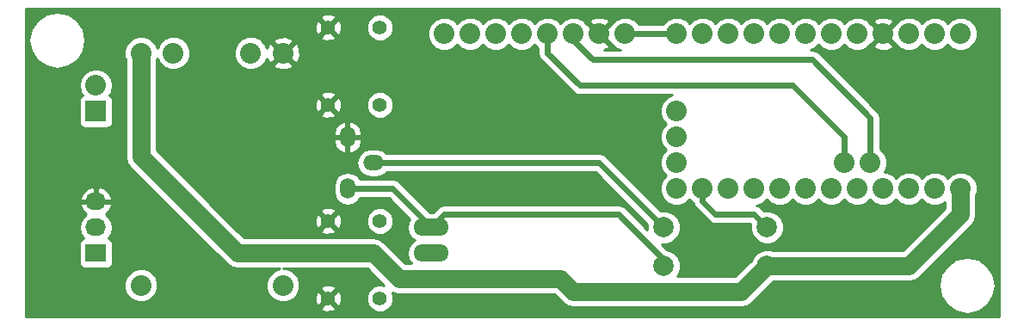
<source format=gtl>
G04 #@! TF.FileFunction,Copper,L1,Top,Signal*
%FSLAX46Y46*%
G04 Gerber Fmt 4.6, Leading zero omitted, Abs format (unit mm)*
G04 Created by KiCad (PCBNEW 4.0.2+dfsg1-stable) date Tue 13 Nov 2018 10:28:19 PM EST*
%MOMM*%
G01*
G04 APERTURE LIST*
%ADD10C,0.100000*%
%ADD11C,2.032000*%
%ADD12O,1.998980X1.501140*%
%ADD13O,1.501140X1.998980*%
%ADD14O,3.500120X1.699260*%
%ADD15C,1.998980*%
%ADD16C,1.397000*%
%ADD17R,2.032000X2.032000*%
%ADD18O,2.032000X2.032000*%
%ADD19R,2.032000X1.727200*%
%ADD20O,2.032000X1.727200*%
%ADD21C,0.609600*%
%ADD22C,1.778000*%
%ADD23C,0.254000*%
G04 APERTURE END LIST*
D10*
D11*
X109220000Y-108585000D03*
X116840000Y-108585000D03*
X106045000Y-108585000D03*
X120015000Y-108585000D03*
X120015000Y-131445000D03*
X106045000Y-131445000D03*
X186690000Y-106680000D03*
X184150000Y-106680000D03*
X181610000Y-106680000D03*
X179070000Y-106680000D03*
X176530000Y-106680000D03*
X173990000Y-106680000D03*
X171450000Y-106680000D03*
X168910000Y-106680000D03*
X166370000Y-106680000D03*
X163830000Y-106680000D03*
X161290000Y-106680000D03*
X158750000Y-106680000D03*
X186690000Y-121920000D03*
X184150000Y-121920000D03*
X181610000Y-121920000D03*
X179070000Y-121920000D03*
X176530000Y-121920000D03*
X173990000Y-121920000D03*
X171450000Y-121920000D03*
X168910000Y-121920000D03*
X166370000Y-121920000D03*
X163830000Y-121920000D03*
X161290000Y-121920000D03*
X158750000Y-121920000D03*
X177800000Y-119380000D03*
X175260000Y-119380000D03*
X158750000Y-119380000D03*
X158750000Y-116840000D03*
X158750000Y-114300000D03*
D12*
X128905000Y-119380000D03*
D13*
X126365000Y-116840000D03*
X126365000Y-121920000D03*
D14*
X134620000Y-128270000D03*
X134620000Y-125730000D03*
X134620000Y-130810000D03*
D15*
X157480000Y-125730000D03*
X167640000Y-125730000D03*
X157480000Y-129540000D03*
X167640000Y-129540000D03*
D16*
X124460000Y-113665000D03*
X129540000Y-113665000D03*
X124460000Y-106045000D03*
X129540000Y-106045000D03*
X124460000Y-132715000D03*
X129540000Y-132715000D03*
X124460000Y-125095000D03*
X129540000Y-125095000D03*
D11*
X153670000Y-106680000D03*
X151130000Y-106680000D03*
X148590000Y-106680000D03*
X146050000Y-106680000D03*
X143510000Y-106680000D03*
X140970000Y-106680000D03*
X138430000Y-106680000D03*
X135890000Y-106680000D03*
D17*
X101600000Y-114300000D03*
D18*
X101600000Y-111760000D03*
D19*
X101600000Y-128270000D03*
D20*
X101600000Y-125730000D03*
X101600000Y-123190000D03*
D21*
X128905000Y-119380000D02*
X151130000Y-119380000D01*
X151130000Y-119380000D02*
X157480000Y-125730000D01*
X134620000Y-125730000D02*
X130810000Y-121920000D01*
X130810000Y-121920000D02*
X126365000Y-121920000D01*
X157480000Y-129540000D02*
X157480000Y-128905000D01*
X157480000Y-128905000D02*
X153035000Y-124460000D01*
X153035000Y-124460000D02*
X135890000Y-124460000D01*
X135890000Y-124460000D02*
X134620000Y-125730000D01*
D22*
X186690000Y-121920000D02*
X186690000Y-124460000D01*
X181610000Y-129540000D02*
X167640000Y-129540000D01*
X186690000Y-124460000D02*
X181610000Y-129540000D01*
X134620000Y-130810000D02*
X147320000Y-130810000D01*
X165100000Y-132080000D02*
X167640000Y-129540000D01*
X148590000Y-132080000D02*
X165100000Y-132080000D01*
X147320000Y-130810000D02*
X148590000Y-132080000D01*
X106045000Y-108585000D02*
X106045000Y-118745000D01*
X131445000Y-130810000D02*
X134620000Y-130810000D01*
X128905000Y-128270000D02*
X131445000Y-130810000D01*
X115570000Y-128270000D02*
X128905000Y-128270000D01*
X106045000Y-118745000D02*
X115570000Y-128270000D01*
D21*
X161290000Y-121920000D02*
X161290000Y-123190000D01*
X166370000Y-124460000D02*
X167640000Y-125730000D01*
X162560000Y-124460000D02*
X166370000Y-124460000D01*
X161290000Y-123190000D02*
X162560000Y-124460000D01*
X153670000Y-106680000D02*
X158750000Y-106680000D01*
X148590000Y-106680000D02*
X148590000Y-107315000D01*
X148590000Y-107315000D02*
X150495000Y-109220000D01*
X150495000Y-109220000D02*
X172085000Y-109220000D01*
X172085000Y-109220000D02*
X177800000Y-114935000D01*
X177800000Y-114935000D02*
X177800000Y-119380000D01*
X146050000Y-106680000D02*
X146050000Y-108585000D01*
X146050000Y-108585000D02*
X149225000Y-111760000D01*
X149225000Y-111760000D02*
X170180000Y-111760000D01*
X170180000Y-111760000D02*
X175260000Y-116840000D01*
X175260000Y-116840000D02*
X175260000Y-119380000D01*
D23*
G36*
X190425000Y-134545000D02*
X94690000Y-134545000D01*
X94690000Y-133649188D01*
X123705417Y-133649188D01*
X123767071Y-133884800D01*
X124267480Y-134060927D01*
X124797199Y-134032148D01*
X125152929Y-133884800D01*
X125214583Y-133649188D01*
X124460000Y-132894605D01*
X123705417Y-133649188D01*
X94690000Y-133649188D01*
X94690000Y-131771963D01*
X104393714Y-131771963D01*
X104644534Y-132378995D01*
X105108563Y-132843834D01*
X105715155Y-133095713D01*
X106371963Y-133096286D01*
X106978995Y-132845466D01*
X107443834Y-132381437D01*
X107695713Y-131774845D01*
X107696286Y-131118037D01*
X107445466Y-130511005D01*
X106981437Y-130046166D01*
X106374845Y-129794287D01*
X105718037Y-129793714D01*
X105111005Y-130044534D01*
X104646166Y-130508563D01*
X104394287Y-131115155D01*
X104393714Y-131771963D01*
X94690000Y-131771963D01*
X94690000Y-125730000D01*
X99916655Y-125730000D01*
X100030729Y-126303489D01*
X100355585Y-126789670D01*
X100369913Y-126799243D01*
X100348683Y-126803238D01*
X100132559Y-126942310D01*
X99987569Y-127154510D01*
X99936560Y-127406400D01*
X99936560Y-129133600D01*
X99980838Y-129368917D01*
X100119910Y-129585041D01*
X100332110Y-129730031D01*
X100584000Y-129781040D01*
X102616000Y-129781040D01*
X102851317Y-129736762D01*
X103067441Y-129597690D01*
X103212431Y-129385490D01*
X103263440Y-129133600D01*
X103263440Y-127406400D01*
X103219162Y-127171083D01*
X103080090Y-126954959D01*
X102867890Y-126809969D01*
X102826561Y-126801600D01*
X102844415Y-126789670D01*
X103169271Y-126303489D01*
X103283345Y-125730000D01*
X103169271Y-125156511D01*
X102844415Y-124670330D01*
X102534931Y-124463539D01*
X102950732Y-124092036D01*
X103204709Y-123564791D01*
X103207358Y-123549026D01*
X103086217Y-123317000D01*
X101727000Y-123317000D01*
X101727000Y-123337000D01*
X101473000Y-123337000D01*
X101473000Y-123317000D01*
X100113783Y-123317000D01*
X99992642Y-123549026D01*
X99995291Y-123564791D01*
X100249268Y-124092036D01*
X100665069Y-124463539D01*
X100355585Y-124670330D01*
X100030729Y-125156511D01*
X99916655Y-125730000D01*
X94690000Y-125730000D01*
X94690000Y-122830974D01*
X99992642Y-122830974D01*
X100113783Y-123063000D01*
X101473000Y-123063000D01*
X101473000Y-121849076D01*
X101727000Y-121849076D01*
X101727000Y-123063000D01*
X103086217Y-123063000D01*
X103207358Y-122830974D01*
X103204709Y-122815209D01*
X102950732Y-122287964D01*
X102514320Y-121898046D01*
X101961913Y-121704816D01*
X101727000Y-121849076D01*
X101473000Y-121849076D01*
X101238087Y-121704816D01*
X100685680Y-121898046D01*
X100249268Y-122287964D01*
X99995291Y-122815209D01*
X99992642Y-122830974D01*
X94690000Y-122830974D01*
X94690000Y-111760000D01*
X99916655Y-111760000D01*
X100042330Y-112391810D01*
X100269499Y-112731792D01*
X100132559Y-112819910D01*
X99987569Y-113032110D01*
X99936560Y-113284000D01*
X99936560Y-115316000D01*
X99980838Y-115551317D01*
X100119910Y-115767441D01*
X100332110Y-115912431D01*
X100584000Y-115963440D01*
X102616000Y-115963440D01*
X102851317Y-115919162D01*
X103067441Y-115780090D01*
X103212431Y-115567890D01*
X103263440Y-115316000D01*
X103263440Y-113284000D01*
X103219162Y-113048683D01*
X103080090Y-112832559D01*
X102931163Y-112730802D01*
X103157670Y-112391810D01*
X103283345Y-111760000D01*
X103157670Y-111128190D01*
X102799778Y-110592567D01*
X102264155Y-110234675D01*
X101632345Y-110109000D01*
X101567655Y-110109000D01*
X100935845Y-110234675D01*
X100400222Y-110592567D01*
X100042330Y-111128190D01*
X99916655Y-111760000D01*
X94690000Y-111760000D01*
X94690000Y-107315000D01*
X94996581Y-107315000D01*
X95209217Y-108383995D01*
X95814754Y-109290246D01*
X96721005Y-109895783D01*
X97790000Y-110108419D01*
X98858995Y-109895783D01*
X99765246Y-109290246D01*
X100018006Y-108911963D01*
X104393714Y-108911963D01*
X104521000Y-109220019D01*
X104521000Y-118745000D01*
X104637008Y-119328210D01*
X104890082Y-119706963D01*
X104967369Y-119822631D01*
X114492369Y-129347631D01*
X114986790Y-129677992D01*
X115570000Y-129794000D01*
X119687345Y-129794000D01*
X119081005Y-130044534D01*
X118616166Y-130508563D01*
X118364287Y-131115155D01*
X118363714Y-131771963D01*
X118614534Y-132378995D01*
X119078563Y-132843834D01*
X119685155Y-133095713D01*
X120341963Y-133096286D01*
X120948995Y-132845466D01*
X121272544Y-132522480D01*
X123114073Y-132522480D01*
X123142852Y-133052199D01*
X123290200Y-133407929D01*
X123525812Y-133469583D01*
X124280395Y-132715000D01*
X124639605Y-132715000D01*
X125394188Y-133469583D01*
X125629800Y-133407929D01*
X125805927Y-132907520D01*
X125777148Y-132377801D01*
X125629800Y-132022071D01*
X125394188Y-131960417D01*
X124639605Y-132715000D01*
X124280395Y-132715000D01*
X123525812Y-131960417D01*
X123290200Y-132022071D01*
X123114073Y-132522480D01*
X121272544Y-132522480D01*
X121413834Y-132381437D01*
X121663235Y-131780812D01*
X123705417Y-131780812D01*
X124460000Y-132535395D01*
X125214583Y-131780812D01*
X125152929Y-131545200D01*
X124652520Y-131369073D01*
X124122801Y-131397852D01*
X123767071Y-131545200D01*
X123705417Y-131780812D01*
X121663235Y-131780812D01*
X121665713Y-131774845D01*
X121666286Y-131118037D01*
X121415466Y-130511005D01*
X120951437Y-130046166D01*
X120344845Y-129794287D01*
X120015868Y-129794000D01*
X128273738Y-129794000D01*
X129900567Y-131420828D01*
X129806413Y-131381732D01*
X129275914Y-131381269D01*
X128785620Y-131583854D01*
X128410173Y-131958647D01*
X128206732Y-132448587D01*
X128206269Y-132979086D01*
X128408854Y-133469380D01*
X128783647Y-133844827D01*
X129273587Y-134048268D01*
X129804086Y-134048731D01*
X130294380Y-133846146D01*
X130669827Y-133471353D01*
X130873268Y-132981413D01*
X130873731Y-132450914D01*
X130745340Y-132140182D01*
X130861790Y-132217992D01*
X131445000Y-132334000D01*
X146688738Y-132334000D01*
X147512369Y-133157631D01*
X148006790Y-133487992D01*
X148590000Y-133604000D01*
X165100000Y-133604000D01*
X165683210Y-133487992D01*
X166177631Y-133157631D01*
X167890261Y-131445000D01*
X184531581Y-131445000D01*
X184744217Y-132513995D01*
X185349754Y-133420246D01*
X186256005Y-134025783D01*
X187325000Y-134238419D01*
X188393995Y-134025783D01*
X189300246Y-133420246D01*
X189905783Y-132513995D01*
X190118419Y-131445000D01*
X189905783Y-130376005D01*
X189300246Y-129469754D01*
X188393995Y-128864217D01*
X187325000Y-128651581D01*
X186256005Y-128864217D01*
X185349754Y-129469754D01*
X184744217Y-130376005D01*
X184531581Y-131445000D01*
X167890261Y-131445000D01*
X168271261Y-131064000D01*
X181610000Y-131064000D01*
X182193210Y-130947992D01*
X182687631Y-130617631D01*
X187767631Y-125537631D01*
X188097993Y-125043209D01*
X188214000Y-124460000D01*
X188214000Y-122555004D01*
X188340713Y-122249845D01*
X188341286Y-121593037D01*
X188090466Y-120986005D01*
X187626437Y-120521166D01*
X187019845Y-120269287D01*
X186363037Y-120268714D01*
X185756005Y-120519534D01*
X185419821Y-120855132D01*
X185086437Y-120521166D01*
X184479845Y-120269287D01*
X183823037Y-120268714D01*
X183216005Y-120519534D01*
X182879821Y-120855132D01*
X182546437Y-120521166D01*
X181939845Y-120269287D01*
X181283037Y-120268714D01*
X180676005Y-120519534D01*
X180339821Y-120855132D01*
X180006437Y-120521166D01*
X179399845Y-120269287D01*
X179218478Y-120269129D01*
X179450713Y-119709845D01*
X179451286Y-119053037D01*
X179200466Y-118446005D01*
X178739800Y-117984535D01*
X178739800Y-114935000D01*
X178668262Y-114575354D01*
X178464539Y-114270461D01*
X172749539Y-108555461D01*
X172444646Y-108351738D01*
X172085000Y-108280200D01*
X171900601Y-108280200D01*
X172383995Y-108080466D01*
X172720179Y-107744868D01*
X173053563Y-108078834D01*
X173660155Y-108330713D01*
X174316963Y-108331286D01*
X174923995Y-108080466D01*
X175260179Y-107744868D01*
X175593563Y-108078834D01*
X176200155Y-108330713D01*
X176856963Y-108331286D01*
X177463995Y-108080466D01*
X177700766Y-107844107D01*
X178085498Y-107844107D01*
X178186120Y-108112622D01*
X178801642Y-108341816D01*
X179458019Y-108318014D01*
X179953880Y-108112622D01*
X180054502Y-107844107D01*
X179070000Y-106859605D01*
X178085498Y-107844107D01*
X177700766Y-107844107D01*
X177887565Y-107657634D01*
X177905893Y-107664502D01*
X178890395Y-106680000D01*
X179249605Y-106680000D01*
X180234107Y-107664502D01*
X180252917Y-107657453D01*
X180673563Y-108078834D01*
X181280155Y-108330713D01*
X181936963Y-108331286D01*
X182543995Y-108080466D01*
X182880179Y-107744868D01*
X183213563Y-108078834D01*
X183820155Y-108330713D01*
X184476963Y-108331286D01*
X185083995Y-108080466D01*
X185420179Y-107744868D01*
X185753563Y-108078834D01*
X186360155Y-108330713D01*
X187016963Y-108331286D01*
X187623995Y-108080466D01*
X188088834Y-107616437D01*
X188340713Y-107009845D01*
X188341286Y-106353037D01*
X188090466Y-105746005D01*
X187626437Y-105281166D01*
X187019845Y-105029287D01*
X186363037Y-105028714D01*
X185756005Y-105279534D01*
X185419821Y-105615132D01*
X185086437Y-105281166D01*
X184479845Y-105029287D01*
X183823037Y-105028714D01*
X183216005Y-105279534D01*
X182879821Y-105615132D01*
X182546437Y-105281166D01*
X181939845Y-105029287D01*
X181283037Y-105028714D01*
X180676005Y-105279534D01*
X180252435Y-105702366D01*
X180234107Y-105695498D01*
X179249605Y-106680000D01*
X178890395Y-106680000D01*
X177905893Y-105695498D01*
X177887083Y-105702547D01*
X177700755Y-105515893D01*
X178085498Y-105515893D01*
X179070000Y-106500395D01*
X180054502Y-105515893D01*
X179953880Y-105247378D01*
X179338358Y-105018184D01*
X178681981Y-105041986D01*
X178186120Y-105247378D01*
X178085498Y-105515893D01*
X177700755Y-105515893D01*
X177466437Y-105281166D01*
X176859845Y-105029287D01*
X176203037Y-105028714D01*
X175596005Y-105279534D01*
X175259821Y-105615132D01*
X174926437Y-105281166D01*
X174319845Y-105029287D01*
X173663037Y-105028714D01*
X173056005Y-105279534D01*
X172719821Y-105615132D01*
X172386437Y-105281166D01*
X171779845Y-105029287D01*
X171123037Y-105028714D01*
X170516005Y-105279534D01*
X170179821Y-105615132D01*
X169846437Y-105281166D01*
X169239845Y-105029287D01*
X168583037Y-105028714D01*
X167976005Y-105279534D01*
X167639821Y-105615132D01*
X167306437Y-105281166D01*
X166699845Y-105029287D01*
X166043037Y-105028714D01*
X165436005Y-105279534D01*
X165099821Y-105615132D01*
X164766437Y-105281166D01*
X164159845Y-105029287D01*
X163503037Y-105028714D01*
X162896005Y-105279534D01*
X162559821Y-105615132D01*
X162226437Y-105281166D01*
X161619845Y-105029287D01*
X160963037Y-105028714D01*
X160356005Y-105279534D01*
X160019821Y-105615132D01*
X159686437Y-105281166D01*
X159079845Y-105029287D01*
X158423037Y-105028714D01*
X157816005Y-105279534D01*
X157354535Y-105740200D01*
X155064671Y-105740200D01*
X154606437Y-105281166D01*
X153999845Y-105029287D01*
X153343037Y-105028714D01*
X152736005Y-105279534D01*
X152312435Y-105702366D01*
X152294107Y-105695498D01*
X151309605Y-106680000D01*
X152294107Y-107664502D01*
X152312917Y-107657453D01*
X152733563Y-108078834D01*
X153218506Y-108280200D01*
X151609310Y-108280200D01*
X152013880Y-108112622D01*
X152114502Y-107844107D01*
X151130000Y-106859605D01*
X151115858Y-106873748D01*
X150936253Y-106694143D01*
X150950395Y-106680000D01*
X149965893Y-105695498D01*
X149947083Y-105702547D01*
X149760755Y-105515893D01*
X150145498Y-105515893D01*
X151130000Y-106500395D01*
X152114502Y-105515893D01*
X152013880Y-105247378D01*
X151398358Y-105018184D01*
X150741981Y-105041986D01*
X150246120Y-105247378D01*
X150145498Y-105515893D01*
X149760755Y-105515893D01*
X149526437Y-105281166D01*
X148919845Y-105029287D01*
X148263037Y-105028714D01*
X147656005Y-105279534D01*
X147319821Y-105615132D01*
X146986437Y-105281166D01*
X146379845Y-105029287D01*
X145723037Y-105028714D01*
X145116005Y-105279534D01*
X144779821Y-105615132D01*
X144446437Y-105281166D01*
X143839845Y-105029287D01*
X143183037Y-105028714D01*
X142576005Y-105279534D01*
X142239821Y-105615132D01*
X141906437Y-105281166D01*
X141299845Y-105029287D01*
X140643037Y-105028714D01*
X140036005Y-105279534D01*
X139699821Y-105615132D01*
X139366437Y-105281166D01*
X138759845Y-105029287D01*
X138103037Y-105028714D01*
X137496005Y-105279534D01*
X137159821Y-105615132D01*
X136826437Y-105281166D01*
X136219845Y-105029287D01*
X135563037Y-105028714D01*
X134956005Y-105279534D01*
X134491166Y-105743563D01*
X134239287Y-106350155D01*
X134238714Y-107006963D01*
X134489534Y-107613995D01*
X134953563Y-108078834D01*
X135560155Y-108330713D01*
X136216963Y-108331286D01*
X136823995Y-108080466D01*
X137160179Y-107744868D01*
X137493563Y-108078834D01*
X138100155Y-108330713D01*
X138756963Y-108331286D01*
X139363995Y-108080466D01*
X139700179Y-107744868D01*
X140033563Y-108078834D01*
X140640155Y-108330713D01*
X141296963Y-108331286D01*
X141903995Y-108080466D01*
X142240179Y-107744868D01*
X142573563Y-108078834D01*
X143180155Y-108330713D01*
X143836963Y-108331286D01*
X144443995Y-108080466D01*
X144780179Y-107744868D01*
X145110200Y-108075465D01*
X145110200Y-108585000D01*
X145181738Y-108944646D01*
X145385461Y-109249539D01*
X148560461Y-112424539D01*
X148865354Y-112628262D01*
X149225000Y-112699800D01*
X158299399Y-112699800D01*
X157816005Y-112899534D01*
X157351166Y-113363563D01*
X157099287Y-113970155D01*
X157098714Y-114626963D01*
X157349534Y-115233995D01*
X157685132Y-115570179D01*
X157351166Y-115903563D01*
X157099287Y-116510155D01*
X157098714Y-117166963D01*
X157349534Y-117773995D01*
X157685132Y-118110179D01*
X157351166Y-118443563D01*
X157099287Y-119050155D01*
X157098714Y-119706963D01*
X157349534Y-120313995D01*
X157685132Y-120650179D01*
X157351166Y-120983563D01*
X157099287Y-121590155D01*
X157098714Y-122246963D01*
X157349534Y-122853995D01*
X157813563Y-123318834D01*
X158420155Y-123570713D01*
X159076963Y-123571286D01*
X159683995Y-123320466D01*
X160020179Y-122984868D01*
X160353563Y-123318834D01*
X160377831Y-123328911D01*
X160421738Y-123549646D01*
X160625461Y-123854539D01*
X161895461Y-125124539D01*
X162200354Y-125328262D01*
X162560000Y-125399800D01*
X165980722Y-125399800D01*
X166005775Y-125424853D01*
X166005226Y-126053694D01*
X166253538Y-126654655D01*
X166712927Y-127114846D01*
X167313453Y-127364206D01*
X167963694Y-127364774D01*
X168564655Y-127116462D01*
X169024846Y-126657073D01*
X169274206Y-126056547D01*
X169274774Y-125406306D01*
X169026462Y-124805345D01*
X168567073Y-124345154D01*
X167966547Y-124095794D01*
X167334320Y-124095242D01*
X167034539Y-123795461D01*
X166729646Y-123591738D01*
X166626518Y-123571225D01*
X166696963Y-123571286D01*
X167303995Y-123320466D01*
X167640179Y-122984868D01*
X167973563Y-123318834D01*
X168580155Y-123570713D01*
X169236963Y-123571286D01*
X169843995Y-123320466D01*
X170180179Y-122984868D01*
X170513563Y-123318834D01*
X171120155Y-123570713D01*
X171776963Y-123571286D01*
X172383995Y-123320466D01*
X172720179Y-122984868D01*
X173053563Y-123318834D01*
X173660155Y-123570713D01*
X174316963Y-123571286D01*
X174923995Y-123320466D01*
X175260179Y-122984868D01*
X175593563Y-123318834D01*
X176200155Y-123570713D01*
X176856963Y-123571286D01*
X177463995Y-123320466D01*
X177800179Y-122984868D01*
X178133563Y-123318834D01*
X178740155Y-123570713D01*
X179396963Y-123571286D01*
X180003995Y-123320466D01*
X180340179Y-122984868D01*
X180673563Y-123318834D01*
X181280155Y-123570713D01*
X181936963Y-123571286D01*
X182543995Y-123320466D01*
X182880179Y-122984868D01*
X183213563Y-123318834D01*
X183820155Y-123570713D01*
X184476963Y-123571286D01*
X185083995Y-123320466D01*
X185166000Y-123238604D01*
X185166000Y-123828738D01*
X180978738Y-128016000D01*
X168231953Y-128016000D01*
X167966547Y-127905794D01*
X167316306Y-127905226D01*
X166715345Y-128153538D01*
X166255154Y-128612927D01*
X166143913Y-128880826D01*
X164468738Y-130556000D01*
X158775764Y-130556000D01*
X158864846Y-130467073D01*
X159114206Y-129866547D01*
X159114774Y-129216306D01*
X158866462Y-128615345D01*
X158407073Y-128155154D01*
X157812233Y-127908155D01*
X157268384Y-127364306D01*
X157803694Y-127364774D01*
X158404655Y-127116462D01*
X158864846Y-126657073D01*
X159114206Y-126056547D01*
X159114774Y-125406306D01*
X158866462Y-124805345D01*
X158407073Y-124345154D01*
X157806547Y-124095794D01*
X157174320Y-124095242D01*
X151794539Y-118715461D01*
X151489646Y-118511738D01*
X151130000Y-118440200D01*
X130192379Y-118440200D01*
X130165688Y-118400254D01*
X129716177Y-118099900D01*
X129185942Y-117994430D01*
X128624058Y-117994430D01*
X128093823Y-118099900D01*
X127644312Y-118400254D01*
X127343958Y-118849765D01*
X127238488Y-119380000D01*
X127343958Y-119910235D01*
X127644312Y-120359746D01*
X128093823Y-120660100D01*
X128624058Y-120765570D01*
X129185942Y-120765570D01*
X129716177Y-120660100D01*
X130165688Y-120359746D01*
X130192379Y-120319800D01*
X150740722Y-120319800D01*
X155845775Y-125424853D01*
X155845324Y-125941246D01*
X153699539Y-123795461D01*
X153394646Y-123591738D01*
X153035000Y-123520200D01*
X135890000Y-123520200D01*
X135530354Y-123591738D01*
X135225461Y-123795461D01*
X134775552Y-124245370D01*
X134464448Y-124245370D01*
X131474539Y-121255461D01*
X131169646Y-121051738D01*
X130810000Y-120980200D01*
X127559157Y-120980200D01*
X127344746Y-120659312D01*
X126895235Y-120358958D01*
X126365000Y-120253488D01*
X125834765Y-120358958D01*
X125385254Y-120659312D01*
X125084900Y-121108823D01*
X124979430Y-121639058D01*
X124979430Y-122200942D01*
X125084900Y-122731177D01*
X125385254Y-123180688D01*
X125834765Y-123481042D01*
X126365000Y-123586512D01*
X126895235Y-123481042D01*
X127344746Y-123180688D01*
X127559157Y-122859800D01*
X130420722Y-122859800D01*
X132470076Y-124909154D01*
X132301225Y-125161857D01*
X132188214Y-125730000D01*
X132301225Y-126298143D01*
X132623052Y-126779792D01*
X132952617Y-127000000D01*
X132623052Y-127220208D01*
X132301225Y-127701857D01*
X132188214Y-128270000D01*
X132301225Y-128838143D01*
X132600473Y-129286000D01*
X132076261Y-129286000D01*
X129982631Y-127192369D01*
X129866609Y-127114846D01*
X129488210Y-126862008D01*
X128905000Y-126746000D01*
X116201262Y-126746000D01*
X115484450Y-126029188D01*
X123705417Y-126029188D01*
X123767071Y-126264800D01*
X124267480Y-126440927D01*
X124797199Y-126412148D01*
X125152929Y-126264800D01*
X125214583Y-126029188D01*
X124460000Y-125274605D01*
X123705417Y-126029188D01*
X115484450Y-126029188D01*
X114357742Y-124902480D01*
X123114073Y-124902480D01*
X123142852Y-125432199D01*
X123290200Y-125787929D01*
X123525812Y-125849583D01*
X124280395Y-125095000D01*
X124639605Y-125095000D01*
X125394188Y-125849583D01*
X125629800Y-125787929D01*
X125780738Y-125359086D01*
X128206269Y-125359086D01*
X128408854Y-125849380D01*
X128783647Y-126224827D01*
X129273587Y-126428268D01*
X129804086Y-126428731D01*
X130294380Y-126226146D01*
X130669827Y-125851353D01*
X130873268Y-125361413D01*
X130873731Y-124830914D01*
X130671146Y-124340620D01*
X130296353Y-123965173D01*
X129806413Y-123761732D01*
X129275914Y-123761269D01*
X128785620Y-123963854D01*
X128410173Y-124338647D01*
X128206732Y-124828587D01*
X128206269Y-125359086D01*
X125780738Y-125359086D01*
X125805927Y-125287520D01*
X125777148Y-124757801D01*
X125629800Y-124402071D01*
X125394188Y-124340417D01*
X124639605Y-125095000D01*
X124280395Y-125095000D01*
X123525812Y-124340417D01*
X123290200Y-124402071D01*
X123114073Y-124902480D01*
X114357742Y-124902480D01*
X113616074Y-124160812D01*
X123705417Y-124160812D01*
X124460000Y-124915395D01*
X125214583Y-124160812D01*
X125152929Y-123925200D01*
X124652520Y-123749073D01*
X124122801Y-123777852D01*
X123767071Y-123925200D01*
X123705417Y-124160812D01*
X113616074Y-124160812D01*
X107569000Y-118113738D01*
X107569000Y-117186123D01*
X124971919Y-117186123D01*
X125115159Y-117711833D01*
X125448676Y-118142710D01*
X125921695Y-118413157D01*
X126023725Y-118431803D01*
X126238000Y-118309149D01*
X126238000Y-116967000D01*
X126492000Y-116967000D01*
X126492000Y-118309149D01*
X126706275Y-118431803D01*
X126808305Y-118413157D01*
X127281324Y-118142710D01*
X127614841Y-117711833D01*
X127758081Y-117186123D01*
X127597386Y-116967000D01*
X126492000Y-116967000D01*
X126238000Y-116967000D01*
X125132614Y-116967000D01*
X124971919Y-117186123D01*
X107569000Y-117186123D01*
X107569000Y-116493877D01*
X124971919Y-116493877D01*
X125132614Y-116713000D01*
X126238000Y-116713000D01*
X126238000Y-115370851D01*
X126492000Y-115370851D01*
X126492000Y-116713000D01*
X127597386Y-116713000D01*
X127758081Y-116493877D01*
X127614841Y-115968167D01*
X127281324Y-115537290D01*
X126808305Y-115266843D01*
X126706275Y-115248197D01*
X126492000Y-115370851D01*
X126238000Y-115370851D01*
X126023725Y-115248197D01*
X125921695Y-115266843D01*
X125448676Y-115537290D01*
X125115159Y-115968167D01*
X124971919Y-116493877D01*
X107569000Y-116493877D01*
X107569000Y-114599188D01*
X123705417Y-114599188D01*
X123767071Y-114834800D01*
X124267480Y-115010927D01*
X124797199Y-114982148D01*
X125152929Y-114834800D01*
X125214583Y-114599188D01*
X124460000Y-113844605D01*
X123705417Y-114599188D01*
X107569000Y-114599188D01*
X107569000Y-113472480D01*
X123114073Y-113472480D01*
X123142852Y-114002199D01*
X123290200Y-114357929D01*
X123525812Y-114419583D01*
X124280395Y-113665000D01*
X124639605Y-113665000D01*
X125394188Y-114419583D01*
X125629800Y-114357929D01*
X125780738Y-113929086D01*
X128206269Y-113929086D01*
X128408854Y-114419380D01*
X128783647Y-114794827D01*
X129273587Y-114998268D01*
X129804086Y-114998731D01*
X130294380Y-114796146D01*
X130669827Y-114421353D01*
X130873268Y-113931413D01*
X130873731Y-113400914D01*
X130671146Y-112910620D01*
X130296353Y-112535173D01*
X129806413Y-112331732D01*
X129275914Y-112331269D01*
X128785620Y-112533854D01*
X128410173Y-112908647D01*
X128206732Y-113398587D01*
X128206269Y-113929086D01*
X125780738Y-113929086D01*
X125805927Y-113857520D01*
X125777148Y-113327801D01*
X125629800Y-112972071D01*
X125394188Y-112910417D01*
X124639605Y-113665000D01*
X124280395Y-113665000D01*
X123525812Y-112910417D01*
X123290200Y-112972071D01*
X123114073Y-113472480D01*
X107569000Y-113472480D01*
X107569000Y-112730812D01*
X123705417Y-112730812D01*
X124460000Y-113485395D01*
X125214583Y-112730812D01*
X125152929Y-112495200D01*
X124652520Y-112319073D01*
X124122801Y-112347852D01*
X123767071Y-112495200D01*
X123705417Y-112730812D01*
X107569000Y-112730812D01*
X107569000Y-109220004D01*
X107632654Y-109066709D01*
X107819534Y-109518995D01*
X108283563Y-109983834D01*
X108890155Y-110235713D01*
X109546963Y-110236286D01*
X110153995Y-109985466D01*
X110618834Y-109521437D01*
X110870713Y-108914845D01*
X110870715Y-108911963D01*
X115188714Y-108911963D01*
X115439534Y-109518995D01*
X115903563Y-109983834D01*
X116510155Y-110235713D01*
X117166963Y-110236286D01*
X117773995Y-109985466D01*
X118010766Y-109749107D01*
X119030498Y-109749107D01*
X119131120Y-110017622D01*
X119746642Y-110246816D01*
X120403019Y-110223014D01*
X120898880Y-110017622D01*
X120999502Y-109749107D01*
X120015000Y-108764605D01*
X119030498Y-109749107D01*
X118010766Y-109749107D01*
X118238834Y-109521437D01*
X118421716Y-109081008D01*
X118582378Y-109468880D01*
X118850893Y-109569502D01*
X119835395Y-108585000D01*
X120194605Y-108585000D01*
X121179107Y-109569502D01*
X121447622Y-109468880D01*
X121676816Y-108853358D01*
X121653014Y-108196981D01*
X121447622Y-107701120D01*
X121179107Y-107600498D01*
X120194605Y-108585000D01*
X119835395Y-108585000D01*
X118850893Y-107600498D01*
X118582378Y-107701120D01*
X118430124Y-108110013D01*
X118240466Y-107651005D01*
X118010755Y-107420893D01*
X119030498Y-107420893D01*
X120015000Y-108405395D01*
X120999502Y-107420893D01*
X120898880Y-107152378D01*
X120433762Y-106979188D01*
X123705417Y-106979188D01*
X123767071Y-107214800D01*
X124267480Y-107390927D01*
X124797199Y-107362148D01*
X125152929Y-107214800D01*
X125214583Y-106979188D01*
X124460000Y-106224605D01*
X123705417Y-106979188D01*
X120433762Y-106979188D01*
X120283358Y-106923184D01*
X119626981Y-106946986D01*
X119131120Y-107152378D01*
X119030498Y-107420893D01*
X118010755Y-107420893D01*
X117776437Y-107186166D01*
X117169845Y-106934287D01*
X116513037Y-106933714D01*
X115906005Y-107184534D01*
X115441166Y-107648563D01*
X115189287Y-108255155D01*
X115188714Y-108911963D01*
X110870715Y-108911963D01*
X110871286Y-108258037D01*
X110620466Y-107651005D01*
X110156437Y-107186166D01*
X109549845Y-106934287D01*
X108893037Y-106933714D01*
X108286005Y-107184534D01*
X107821166Y-107648563D01*
X107632346Y-108103291D01*
X107445466Y-107651005D01*
X106981437Y-107186166D01*
X106374845Y-106934287D01*
X105718037Y-106933714D01*
X105111005Y-107184534D01*
X104646166Y-107648563D01*
X104394287Y-108255155D01*
X104393714Y-108911963D01*
X100018006Y-108911963D01*
X100370783Y-108383995D01*
X100583419Y-107315000D01*
X100370783Y-106246005D01*
X100107839Y-105852480D01*
X123114073Y-105852480D01*
X123142852Y-106382199D01*
X123290200Y-106737929D01*
X123525812Y-106799583D01*
X124280395Y-106045000D01*
X124639605Y-106045000D01*
X125394188Y-106799583D01*
X125629800Y-106737929D01*
X125780738Y-106309086D01*
X128206269Y-106309086D01*
X128408854Y-106799380D01*
X128783647Y-107174827D01*
X129273587Y-107378268D01*
X129804086Y-107378731D01*
X130294380Y-107176146D01*
X130669827Y-106801353D01*
X130873268Y-106311413D01*
X130873731Y-105780914D01*
X130671146Y-105290620D01*
X130296353Y-104915173D01*
X129806413Y-104711732D01*
X129275914Y-104711269D01*
X128785620Y-104913854D01*
X128410173Y-105288647D01*
X128206732Y-105778587D01*
X128206269Y-106309086D01*
X125780738Y-106309086D01*
X125805927Y-106237520D01*
X125777148Y-105707801D01*
X125629800Y-105352071D01*
X125394188Y-105290417D01*
X124639605Y-106045000D01*
X124280395Y-106045000D01*
X123525812Y-105290417D01*
X123290200Y-105352071D01*
X123114073Y-105852480D01*
X100107839Y-105852480D01*
X99765246Y-105339754D01*
X99422610Y-105110812D01*
X123705417Y-105110812D01*
X124460000Y-105865395D01*
X125214583Y-105110812D01*
X125152929Y-104875200D01*
X124652520Y-104699073D01*
X124122801Y-104727852D01*
X123767071Y-104875200D01*
X123705417Y-105110812D01*
X99422610Y-105110812D01*
X98858995Y-104734217D01*
X97790000Y-104521581D01*
X96721005Y-104734217D01*
X95814754Y-105339754D01*
X95209217Y-106246005D01*
X94996581Y-107315000D01*
X94690000Y-107315000D01*
X94690000Y-104215000D01*
X190425000Y-104215000D01*
X190425000Y-134545000D01*
X190425000Y-134545000D01*
G37*
X190425000Y-134545000D02*
X94690000Y-134545000D01*
X94690000Y-133649188D01*
X123705417Y-133649188D01*
X123767071Y-133884800D01*
X124267480Y-134060927D01*
X124797199Y-134032148D01*
X125152929Y-133884800D01*
X125214583Y-133649188D01*
X124460000Y-132894605D01*
X123705417Y-133649188D01*
X94690000Y-133649188D01*
X94690000Y-131771963D01*
X104393714Y-131771963D01*
X104644534Y-132378995D01*
X105108563Y-132843834D01*
X105715155Y-133095713D01*
X106371963Y-133096286D01*
X106978995Y-132845466D01*
X107443834Y-132381437D01*
X107695713Y-131774845D01*
X107696286Y-131118037D01*
X107445466Y-130511005D01*
X106981437Y-130046166D01*
X106374845Y-129794287D01*
X105718037Y-129793714D01*
X105111005Y-130044534D01*
X104646166Y-130508563D01*
X104394287Y-131115155D01*
X104393714Y-131771963D01*
X94690000Y-131771963D01*
X94690000Y-125730000D01*
X99916655Y-125730000D01*
X100030729Y-126303489D01*
X100355585Y-126789670D01*
X100369913Y-126799243D01*
X100348683Y-126803238D01*
X100132559Y-126942310D01*
X99987569Y-127154510D01*
X99936560Y-127406400D01*
X99936560Y-129133600D01*
X99980838Y-129368917D01*
X100119910Y-129585041D01*
X100332110Y-129730031D01*
X100584000Y-129781040D01*
X102616000Y-129781040D01*
X102851317Y-129736762D01*
X103067441Y-129597690D01*
X103212431Y-129385490D01*
X103263440Y-129133600D01*
X103263440Y-127406400D01*
X103219162Y-127171083D01*
X103080090Y-126954959D01*
X102867890Y-126809969D01*
X102826561Y-126801600D01*
X102844415Y-126789670D01*
X103169271Y-126303489D01*
X103283345Y-125730000D01*
X103169271Y-125156511D01*
X102844415Y-124670330D01*
X102534931Y-124463539D01*
X102950732Y-124092036D01*
X103204709Y-123564791D01*
X103207358Y-123549026D01*
X103086217Y-123317000D01*
X101727000Y-123317000D01*
X101727000Y-123337000D01*
X101473000Y-123337000D01*
X101473000Y-123317000D01*
X100113783Y-123317000D01*
X99992642Y-123549026D01*
X99995291Y-123564791D01*
X100249268Y-124092036D01*
X100665069Y-124463539D01*
X100355585Y-124670330D01*
X100030729Y-125156511D01*
X99916655Y-125730000D01*
X94690000Y-125730000D01*
X94690000Y-122830974D01*
X99992642Y-122830974D01*
X100113783Y-123063000D01*
X101473000Y-123063000D01*
X101473000Y-121849076D01*
X101727000Y-121849076D01*
X101727000Y-123063000D01*
X103086217Y-123063000D01*
X103207358Y-122830974D01*
X103204709Y-122815209D01*
X102950732Y-122287964D01*
X102514320Y-121898046D01*
X101961913Y-121704816D01*
X101727000Y-121849076D01*
X101473000Y-121849076D01*
X101238087Y-121704816D01*
X100685680Y-121898046D01*
X100249268Y-122287964D01*
X99995291Y-122815209D01*
X99992642Y-122830974D01*
X94690000Y-122830974D01*
X94690000Y-111760000D01*
X99916655Y-111760000D01*
X100042330Y-112391810D01*
X100269499Y-112731792D01*
X100132559Y-112819910D01*
X99987569Y-113032110D01*
X99936560Y-113284000D01*
X99936560Y-115316000D01*
X99980838Y-115551317D01*
X100119910Y-115767441D01*
X100332110Y-115912431D01*
X100584000Y-115963440D01*
X102616000Y-115963440D01*
X102851317Y-115919162D01*
X103067441Y-115780090D01*
X103212431Y-115567890D01*
X103263440Y-115316000D01*
X103263440Y-113284000D01*
X103219162Y-113048683D01*
X103080090Y-112832559D01*
X102931163Y-112730802D01*
X103157670Y-112391810D01*
X103283345Y-111760000D01*
X103157670Y-111128190D01*
X102799778Y-110592567D01*
X102264155Y-110234675D01*
X101632345Y-110109000D01*
X101567655Y-110109000D01*
X100935845Y-110234675D01*
X100400222Y-110592567D01*
X100042330Y-111128190D01*
X99916655Y-111760000D01*
X94690000Y-111760000D01*
X94690000Y-107315000D01*
X94996581Y-107315000D01*
X95209217Y-108383995D01*
X95814754Y-109290246D01*
X96721005Y-109895783D01*
X97790000Y-110108419D01*
X98858995Y-109895783D01*
X99765246Y-109290246D01*
X100018006Y-108911963D01*
X104393714Y-108911963D01*
X104521000Y-109220019D01*
X104521000Y-118745000D01*
X104637008Y-119328210D01*
X104890082Y-119706963D01*
X104967369Y-119822631D01*
X114492369Y-129347631D01*
X114986790Y-129677992D01*
X115570000Y-129794000D01*
X119687345Y-129794000D01*
X119081005Y-130044534D01*
X118616166Y-130508563D01*
X118364287Y-131115155D01*
X118363714Y-131771963D01*
X118614534Y-132378995D01*
X119078563Y-132843834D01*
X119685155Y-133095713D01*
X120341963Y-133096286D01*
X120948995Y-132845466D01*
X121272544Y-132522480D01*
X123114073Y-132522480D01*
X123142852Y-133052199D01*
X123290200Y-133407929D01*
X123525812Y-133469583D01*
X124280395Y-132715000D01*
X124639605Y-132715000D01*
X125394188Y-133469583D01*
X125629800Y-133407929D01*
X125805927Y-132907520D01*
X125777148Y-132377801D01*
X125629800Y-132022071D01*
X125394188Y-131960417D01*
X124639605Y-132715000D01*
X124280395Y-132715000D01*
X123525812Y-131960417D01*
X123290200Y-132022071D01*
X123114073Y-132522480D01*
X121272544Y-132522480D01*
X121413834Y-132381437D01*
X121663235Y-131780812D01*
X123705417Y-131780812D01*
X124460000Y-132535395D01*
X125214583Y-131780812D01*
X125152929Y-131545200D01*
X124652520Y-131369073D01*
X124122801Y-131397852D01*
X123767071Y-131545200D01*
X123705417Y-131780812D01*
X121663235Y-131780812D01*
X121665713Y-131774845D01*
X121666286Y-131118037D01*
X121415466Y-130511005D01*
X120951437Y-130046166D01*
X120344845Y-129794287D01*
X120015868Y-129794000D01*
X128273738Y-129794000D01*
X129900567Y-131420828D01*
X129806413Y-131381732D01*
X129275914Y-131381269D01*
X128785620Y-131583854D01*
X128410173Y-131958647D01*
X128206732Y-132448587D01*
X128206269Y-132979086D01*
X128408854Y-133469380D01*
X128783647Y-133844827D01*
X129273587Y-134048268D01*
X129804086Y-134048731D01*
X130294380Y-133846146D01*
X130669827Y-133471353D01*
X130873268Y-132981413D01*
X130873731Y-132450914D01*
X130745340Y-132140182D01*
X130861790Y-132217992D01*
X131445000Y-132334000D01*
X146688738Y-132334000D01*
X147512369Y-133157631D01*
X148006790Y-133487992D01*
X148590000Y-133604000D01*
X165100000Y-133604000D01*
X165683210Y-133487992D01*
X166177631Y-133157631D01*
X167890261Y-131445000D01*
X184531581Y-131445000D01*
X184744217Y-132513995D01*
X185349754Y-133420246D01*
X186256005Y-134025783D01*
X187325000Y-134238419D01*
X188393995Y-134025783D01*
X189300246Y-133420246D01*
X189905783Y-132513995D01*
X190118419Y-131445000D01*
X189905783Y-130376005D01*
X189300246Y-129469754D01*
X188393995Y-128864217D01*
X187325000Y-128651581D01*
X186256005Y-128864217D01*
X185349754Y-129469754D01*
X184744217Y-130376005D01*
X184531581Y-131445000D01*
X167890261Y-131445000D01*
X168271261Y-131064000D01*
X181610000Y-131064000D01*
X182193210Y-130947992D01*
X182687631Y-130617631D01*
X187767631Y-125537631D01*
X188097993Y-125043209D01*
X188214000Y-124460000D01*
X188214000Y-122555004D01*
X188340713Y-122249845D01*
X188341286Y-121593037D01*
X188090466Y-120986005D01*
X187626437Y-120521166D01*
X187019845Y-120269287D01*
X186363037Y-120268714D01*
X185756005Y-120519534D01*
X185419821Y-120855132D01*
X185086437Y-120521166D01*
X184479845Y-120269287D01*
X183823037Y-120268714D01*
X183216005Y-120519534D01*
X182879821Y-120855132D01*
X182546437Y-120521166D01*
X181939845Y-120269287D01*
X181283037Y-120268714D01*
X180676005Y-120519534D01*
X180339821Y-120855132D01*
X180006437Y-120521166D01*
X179399845Y-120269287D01*
X179218478Y-120269129D01*
X179450713Y-119709845D01*
X179451286Y-119053037D01*
X179200466Y-118446005D01*
X178739800Y-117984535D01*
X178739800Y-114935000D01*
X178668262Y-114575354D01*
X178464539Y-114270461D01*
X172749539Y-108555461D01*
X172444646Y-108351738D01*
X172085000Y-108280200D01*
X171900601Y-108280200D01*
X172383995Y-108080466D01*
X172720179Y-107744868D01*
X173053563Y-108078834D01*
X173660155Y-108330713D01*
X174316963Y-108331286D01*
X174923995Y-108080466D01*
X175260179Y-107744868D01*
X175593563Y-108078834D01*
X176200155Y-108330713D01*
X176856963Y-108331286D01*
X177463995Y-108080466D01*
X177700766Y-107844107D01*
X178085498Y-107844107D01*
X178186120Y-108112622D01*
X178801642Y-108341816D01*
X179458019Y-108318014D01*
X179953880Y-108112622D01*
X180054502Y-107844107D01*
X179070000Y-106859605D01*
X178085498Y-107844107D01*
X177700766Y-107844107D01*
X177887565Y-107657634D01*
X177905893Y-107664502D01*
X178890395Y-106680000D01*
X179249605Y-106680000D01*
X180234107Y-107664502D01*
X180252917Y-107657453D01*
X180673563Y-108078834D01*
X181280155Y-108330713D01*
X181936963Y-108331286D01*
X182543995Y-108080466D01*
X182880179Y-107744868D01*
X183213563Y-108078834D01*
X183820155Y-108330713D01*
X184476963Y-108331286D01*
X185083995Y-108080466D01*
X185420179Y-107744868D01*
X185753563Y-108078834D01*
X186360155Y-108330713D01*
X187016963Y-108331286D01*
X187623995Y-108080466D01*
X188088834Y-107616437D01*
X188340713Y-107009845D01*
X188341286Y-106353037D01*
X188090466Y-105746005D01*
X187626437Y-105281166D01*
X187019845Y-105029287D01*
X186363037Y-105028714D01*
X185756005Y-105279534D01*
X185419821Y-105615132D01*
X185086437Y-105281166D01*
X184479845Y-105029287D01*
X183823037Y-105028714D01*
X183216005Y-105279534D01*
X182879821Y-105615132D01*
X182546437Y-105281166D01*
X181939845Y-105029287D01*
X181283037Y-105028714D01*
X180676005Y-105279534D01*
X180252435Y-105702366D01*
X180234107Y-105695498D01*
X179249605Y-106680000D01*
X178890395Y-106680000D01*
X177905893Y-105695498D01*
X177887083Y-105702547D01*
X177700755Y-105515893D01*
X178085498Y-105515893D01*
X179070000Y-106500395D01*
X180054502Y-105515893D01*
X179953880Y-105247378D01*
X179338358Y-105018184D01*
X178681981Y-105041986D01*
X178186120Y-105247378D01*
X178085498Y-105515893D01*
X177700755Y-105515893D01*
X177466437Y-105281166D01*
X176859845Y-105029287D01*
X176203037Y-105028714D01*
X175596005Y-105279534D01*
X175259821Y-105615132D01*
X174926437Y-105281166D01*
X174319845Y-105029287D01*
X173663037Y-105028714D01*
X173056005Y-105279534D01*
X172719821Y-105615132D01*
X172386437Y-105281166D01*
X171779845Y-105029287D01*
X171123037Y-105028714D01*
X170516005Y-105279534D01*
X170179821Y-105615132D01*
X169846437Y-105281166D01*
X169239845Y-105029287D01*
X168583037Y-105028714D01*
X167976005Y-105279534D01*
X167639821Y-105615132D01*
X167306437Y-105281166D01*
X166699845Y-105029287D01*
X166043037Y-105028714D01*
X165436005Y-105279534D01*
X165099821Y-105615132D01*
X164766437Y-105281166D01*
X164159845Y-105029287D01*
X163503037Y-105028714D01*
X162896005Y-105279534D01*
X162559821Y-105615132D01*
X162226437Y-105281166D01*
X161619845Y-105029287D01*
X160963037Y-105028714D01*
X160356005Y-105279534D01*
X160019821Y-105615132D01*
X159686437Y-105281166D01*
X159079845Y-105029287D01*
X158423037Y-105028714D01*
X157816005Y-105279534D01*
X157354535Y-105740200D01*
X155064671Y-105740200D01*
X154606437Y-105281166D01*
X153999845Y-105029287D01*
X153343037Y-105028714D01*
X152736005Y-105279534D01*
X152312435Y-105702366D01*
X152294107Y-105695498D01*
X151309605Y-106680000D01*
X152294107Y-107664502D01*
X152312917Y-107657453D01*
X152733563Y-108078834D01*
X153218506Y-108280200D01*
X151609310Y-108280200D01*
X152013880Y-108112622D01*
X152114502Y-107844107D01*
X151130000Y-106859605D01*
X151115858Y-106873748D01*
X150936253Y-106694143D01*
X150950395Y-106680000D01*
X149965893Y-105695498D01*
X149947083Y-105702547D01*
X149760755Y-105515893D01*
X150145498Y-105515893D01*
X151130000Y-106500395D01*
X152114502Y-105515893D01*
X152013880Y-105247378D01*
X151398358Y-105018184D01*
X150741981Y-105041986D01*
X150246120Y-105247378D01*
X150145498Y-105515893D01*
X149760755Y-105515893D01*
X149526437Y-105281166D01*
X148919845Y-105029287D01*
X148263037Y-105028714D01*
X147656005Y-105279534D01*
X147319821Y-105615132D01*
X146986437Y-105281166D01*
X146379845Y-105029287D01*
X145723037Y-105028714D01*
X145116005Y-105279534D01*
X144779821Y-105615132D01*
X144446437Y-105281166D01*
X143839845Y-105029287D01*
X143183037Y-105028714D01*
X142576005Y-105279534D01*
X142239821Y-105615132D01*
X141906437Y-105281166D01*
X141299845Y-105029287D01*
X140643037Y-105028714D01*
X140036005Y-105279534D01*
X139699821Y-105615132D01*
X139366437Y-105281166D01*
X138759845Y-105029287D01*
X138103037Y-105028714D01*
X137496005Y-105279534D01*
X137159821Y-105615132D01*
X136826437Y-105281166D01*
X136219845Y-105029287D01*
X135563037Y-105028714D01*
X134956005Y-105279534D01*
X134491166Y-105743563D01*
X134239287Y-106350155D01*
X134238714Y-107006963D01*
X134489534Y-107613995D01*
X134953563Y-108078834D01*
X135560155Y-108330713D01*
X136216963Y-108331286D01*
X136823995Y-108080466D01*
X137160179Y-107744868D01*
X137493563Y-108078834D01*
X138100155Y-108330713D01*
X138756963Y-108331286D01*
X139363995Y-108080466D01*
X139700179Y-107744868D01*
X140033563Y-108078834D01*
X140640155Y-108330713D01*
X141296963Y-108331286D01*
X141903995Y-108080466D01*
X142240179Y-107744868D01*
X142573563Y-108078834D01*
X143180155Y-108330713D01*
X143836963Y-108331286D01*
X144443995Y-108080466D01*
X144780179Y-107744868D01*
X145110200Y-108075465D01*
X145110200Y-108585000D01*
X145181738Y-108944646D01*
X145385461Y-109249539D01*
X148560461Y-112424539D01*
X148865354Y-112628262D01*
X149225000Y-112699800D01*
X158299399Y-112699800D01*
X157816005Y-112899534D01*
X157351166Y-113363563D01*
X157099287Y-113970155D01*
X157098714Y-114626963D01*
X157349534Y-115233995D01*
X157685132Y-115570179D01*
X157351166Y-115903563D01*
X157099287Y-116510155D01*
X157098714Y-117166963D01*
X157349534Y-117773995D01*
X157685132Y-118110179D01*
X157351166Y-118443563D01*
X157099287Y-119050155D01*
X157098714Y-119706963D01*
X157349534Y-120313995D01*
X157685132Y-120650179D01*
X157351166Y-120983563D01*
X157099287Y-121590155D01*
X157098714Y-122246963D01*
X157349534Y-122853995D01*
X157813563Y-123318834D01*
X158420155Y-123570713D01*
X159076963Y-123571286D01*
X159683995Y-123320466D01*
X160020179Y-122984868D01*
X160353563Y-123318834D01*
X160377831Y-123328911D01*
X160421738Y-123549646D01*
X160625461Y-123854539D01*
X161895461Y-125124539D01*
X162200354Y-125328262D01*
X162560000Y-125399800D01*
X165980722Y-125399800D01*
X166005775Y-125424853D01*
X166005226Y-126053694D01*
X166253538Y-126654655D01*
X166712927Y-127114846D01*
X167313453Y-127364206D01*
X167963694Y-127364774D01*
X168564655Y-127116462D01*
X169024846Y-126657073D01*
X169274206Y-126056547D01*
X169274774Y-125406306D01*
X169026462Y-124805345D01*
X168567073Y-124345154D01*
X167966547Y-124095794D01*
X167334320Y-124095242D01*
X167034539Y-123795461D01*
X166729646Y-123591738D01*
X166626518Y-123571225D01*
X166696963Y-123571286D01*
X167303995Y-123320466D01*
X167640179Y-122984868D01*
X167973563Y-123318834D01*
X168580155Y-123570713D01*
X169236963Y-123571286D01*
X169843995Y-123320466D01*
X170180179Y-122984868D01*
X170513563Y-123318834D01*
X171120155Y-123570713D01*
X171776963Y-123571286D01*
X172383995Y-123320466D01*
X172720179Y-122984868D01*
X173053563Y-123318834D01*
X173660155Y-123570713D01*
X174316963Y-123571286D01*
X174923995Y-123320466D01*
X175260179Y-122984868D01*
X175593563Y-123318834D01*
X176200155Y-123570713D01*
X176856963Y-123571286D01*
X177463995Y-123320466D01*
X177800179Y-122984868D01*
X178133563Y-123318834D01*
X178740155Y-123570713D01*
X179396963Y-123571286D01*
X180003995Y-123320466D01*
X180340179Y-122984868D01*
X180673563Y-123318834D01*
X181280155Y-123570713D01*
X181936963Y-123571286D01*
X182543995Y-123320466D01*
X182880179Y-122984868D01*
X183213563Y-123318834D01*
X183820155Y-123570713D01*
X184476963Y-123571286D01*
X185083995Y-123320466D01*
X185166000Y-123238604D01*
X185166000Y-123828738D01*
X180978738Y-128016000D01*
X168231953Y-128016000D01*
X167966547Y-127905794D01*
X167316306Y-127905226D01*
X166715345Y-128153538D01*
X166255154Y-128612927D01*
X166143913Y-128880826D01*
X164468738Y-130556000D01*
X158775764Y-130556000D01*
X158864846Y-130467073D01*
X159114206Y-129866547D01*
X159114774Y-129216306D01*
X158866462Y-128615345D01*
X158407073Y-128155154D01*
X157812233Y-127908155D01*
X157268384Y-127364306D01*
X157803694Y-127364774D01*
X158404655Y-127116462D01*
X158864846Y-126657073D01*
X159114206Y-126056547D01*
X159114774Y-125406306D01*
X158866462Y-124805345D01*
X158407073Y-124345154D01*
X157806547Y-124095794D01*
X157174320Y-124095242D01*
X151794539Y-118715461D01*
X151489646Y-118511738D01*
X151130000Y-118440200D01*
X130192379Y-118440200D01*
X130165688Y-118400254D01*
X129716177Y-118099900D01*
X129185942Y-117994430D01*
X128624058Y-117994430D01*
X128093823Y-118099900D01*
X127644312Y-118400254D01*
X127343958Y-118849765D01*
X127238488Y-119380000D01*
X127343958Y-119910235D01*
X127644312Y-120359746D01*
X128093823Y-120660100D01*
X128624058Y-120765570D01*
X129185942Y-120765570D01*
X129716177Y-120660100D01*
X130165688Y-120359746D01*
X130192379Y-120319800D01*
X150740722Y-120319800D01*
X155845775Y-125424853D01*
X155845324Y-125941246D01*
X153699539Y-123795461D01*
X153394646Y-123591738D01*
X153035000Y-123520200D01*
X135890000Y-123520200D01*
X135530354Y-123591738D01*
X135225461Y-123795461D01*
X134775552Y-124245370D01*
X134464448Y-124245370D01*
X131474539Y-121255461D01*
X131169646Y-121051738D01*
X130810000Y-120980200D01*
X127559157Y-120980200D01*
X127344746Y-120659312D01*
X126895235Y-120358958D01*
X126365000Y-120253488D01*
X125834765Y-120358958D01*
X125385254Y-120659312D01*
X125084900Y-121108823D01*
X124979430Y-121639058D01*
X124979430Y-122200942D01*
X125084900Y-122731177D01*
X125385254Y-123180688D01*
X125834765Y-123481042D01*
X126365000Y-123586512D01*
X126895235Y-123481042D01*
X127344746Y-123180688D01*
X127559157Y-122859800D01*
X130420722Y-122859800D01*
X132470076Y-124909154D01*
X132301225Y-125161857D01*
X132188214Y-125730000D01*
X132301225Y-126298143D01*
X132623052Y-126779792D01*
X132952617Y-127000000D01*
X132623052Y-127220208D01*
X132301225Y-127701857D01*
X132188214Y-128270000D01*
X132301225Y-128838143D01*
X132600473Y-129286000D01*
X132076261Y-129286000D01*
X129982631Y-127192369D01*
X129866609Y-127114846D01*
X129488210Y-126862008D01*
X128905000Y-126746000D01*
X116201262Y-126746000D01*
X115484450Y-126029188D01*
X123705417Y-126029188D01*
X123767071Y-126264800D01*
X124267480Y-126440927D01*
X124797199Y-126412148D01*
X125152929Y-126264800D01*
X125214583Y-126029188D01*
X124460000Y-125274605D01*
X123705417Y-126029188D01*
X115484450Y-126029188D01*
X114357742Y-124902480D01*
X123114073Y-124902480D01*
X123142852Y-125432199D01*
X123290200Y-125787929D01*
X123525812Y-125849583D01*
X124280395Y-125095000D01*
X124639605Y-125095000D01*
X125394188Y-125849583D01*
X125629800Y-125787929D01*
X125780738Y-125359086D01*
X128206269Y-125359086D01*
X128408854Y-125849380D01*
X128783647Y-126224827D01*
X129273587Y-126428268D01*
X129804086Y-126428731D01*
X130294380Y-126226146D01*
X130669827Y-125851353D01*
X130873268Y-125361413D01*
X130873731Y-124830914D01*
X130671146Y-124340620D01*
X130296353Y-123965173D01*
X129806413Y-123761732D01*
X129275914Y-123761269D01*
X128785620Y-123963854D01*
X128410173Y-124338647D01*
X128206732Y-124828587D01*
X128206269Y-125359086D01*
X125780738Y-125359086D01*
X125805927Y-125287520D01*
X125777148Y-124757801D01*
X125629800Y-124402071D01*
X125394188Y-124340417D01*
X124639605Y-125095000D01*
X124280395Y-125095000D01*
X123525812Y-124340417D01*
X123290200Y-124402071D01*
X123114073Y-124902480D01*
X114357742Y-124902480D01*
X113616074Y-124160812D01*
X123705417Y-124160812D01*
X124460000Y-124915395D01*
X125214583Y-124160812D01*
X125152929Y-123925200D01*
X124652520Y-123749073D01*
X124122801Y-123777852D01*
X123767071Y-123925200D01*
X123705417Y-124160812D01*
X113616074Y-124160812D01*
X107569000Y-118113738D01*
X107569000Y-117186123D01*
X124971919Y-117186123D01*
X125115159Y-117711833D01*
X125448676Y-118142710D01*
X125921695Y-118413157D01*
X126023725Y-118431803D01*
X126238000Y-118309149D01*
X126238000Y-116967000D01*
X126492000Y-116967000D01*
X126492000Y-118309149D01*
X126706275Y-118431803D01*
X126808305Y-118413157D01*
X127281324Y-118142710D01*
X127614841Y-117711833D01*
X127758081Y-117186123D01*
X127597386Y-116967000D01*
X126492000Y-116967000D01*
X126238000Y-116967000D01*
X125132614Y-116967000D01*
X124971919Y-117186123D01*
X107569000Y-117186123D01*
X107569000Y-116493877D01*
X124971919Y-116493877D01*
X125132614Y-116713000D01*
X126238000Y-116713000D01*
X126238000Y-115370851D01*
X126492000Y-115370851D01*
X126492000Y-116713000D01*
X127597386Y-116713000D01*
X127758081Y-116493877D01*
X127614841Y-115968167D01*
X127281324Y-115537290D01*
X126808305Y-115266843D01*
X126706275Y-115248197D01*
X126492000Y-115370851D01*
X126238000Y-115370851D01*
X126023725Y-115248197D01*
X125921695Y-115266843D01*
X125448676Y-115537290D01*
X125115159Y-115968167D01*
X124971919Y-116493877D01*
X107569000Y-116493877D01*
X107569000Y-114599188D01*
X123705417Y-114599188D01*
X123767071Y-114834800D01*
X124267480Y-115010927D01*
X124797199Y-114982148D01*
X125152929Y-114834800D01*
X125214583Y-114599188D01*
X124460000Y-113844605D01*
X123705417Y-114599188D01*
X107569000Y-114599188D01*
X107569000Y-113472480D01*
X123114073Y-113472480D01*
X123142852Y-114002199D01*
X123290200Y-114357929D01*
X123525812Y-114419583D01*
X124280395Y-113665000D01*
X124639605Y-113665000D01*
X125394188Y-114419583D01*
X125629800Y-114357929D01*
X125780738Y-113929086D01*
X128206269Y-113929086D01*
X128408854Y-114419380D01*
X128783647Y-114794827D01*
X129273587Y-114998268D01*
X129804086Y-114998731D01*
X130294380Y-114796146D01*
X130669827Y-114421353D01*
X130873268Y-113931413D01*
X130873731Y-113400914D01*
X130671146Y-112910620D01*
X130296353Y-112535173D01*
X129806413Y-112331732D01*
X129275914Y-112331269D01*
X128785620Y-112533854D01*
X128410173Y-112908647D01*
X128206732Y-113398587D01*
X128206269Y-113929086D01*
X125780738Y-113929086D01*
X125805927Y-113857520D01*
X125777148Y-113327801D01*
X125629800Y-112972071D01*
X125394188Y-112910417D01*
X124639605Y-113665000D01*
X124280395Y-113665000D01*
X123525812Y-112910417D01*
X123290200Y-112972071D01*
X123114073Y-113472480D01*
X107569000Y-113472480D01*
X107569000Y-112730812D01*
X123705417Y-112730812D01*
X124460000Y-113485395D01*
X125214583Y-112730812D01*
X125152929Y-112495200D01*
X124652520Y-112319073D01*
X124122801Y-112347852D01*
X123767071Y-112495200D01*
X123705417Y-112730812D01*
X107569000Y-112730812D01*
X107569000Y-109220004D01*
X107632654Y-109066709D01*
X107819534Y-109518995D01*
X108283563Y-109983834D01*
X108890155Y-110235713D01*
X109546963Y-110236286D01*
X110153995Y-109985466D01*
X110618834Y-109521437D01*
X110870713Y-108914845D01*
X110870715Y-108911963D01*
X115188714Y-108911963D01*
X115439534Y-109518995D01*
X115903563Y-109983834D01*
X116510155Y-110235713D01*
X117166963Y-110236286D01*
X117773995Y-109985466D01*
X118010766Y-109749107D01*
X119030498Y-109749107D01*
X119131120Y-110017622D01*
X119746642Y-110246816D01*
X120403019Y-110223014D01*
X120898880Y-110017622D01*
X120999502Y-109749107D01*
X120015000Y-108764605D01*
X119030498Y-109749107D01*
X118010766Y-109749107D01*
X118238834Y-109521437D01*
X118421716Y-109081008D01*
X118582378Y-109468880D01*
X118850893Y-109569502D01*
X119835395Y-108585000D01*
X120194605Y-108585000D01*
X121179107Y-109569502D01*
X121447622Y-109468880D01*
X121676816Y-108853358D01*
X121653014Y-108196981D01*
X121447622Y-107701120D01*
X121179107Y-107600498D01*
X120194605Y-108585000D01*
X119835395Y-108585000D01*
X118850893Y-107600498D01*
X118582378Y-107701120D01*
X118430124Y-108110013D01*
X118240466Y-107651005D01*
X118010755Y-107420893D01*
X119030498Y-107420893D01*
X120015000Y-108405395D01*
X120999502Y-107420893D01*
X120898880Y-107152378D01*
X120433762Y-106979188D01*
X123705417Y-106979188D01*
X123767071Y-107214800D01*
X124267480Y-107390927D01*
X124797199Y-107362148D01*
X125152929Y-107214800D01*
X125214583Y-106979188D01*
X124460000Y-106224605D01*
X123705417Y-106979188D01*
X120433762Y-106979188D01*
X120283358Y-106923184D01*
X119626981Y-106946986D01*
X119131120Y-107152378D01*
X119030498Y-107420893D01*
X118010755Y-107420893D01*
X117776437Y-107186166D01*
X117169845Y-106934287D01*
X116513037Y-106933714D01*
X115906005Y-107184534D01*
X115441166Y-107648563D01*
X115189287Y-108255155D01*
X115188714Y-108911963D01*
X110870715Y-108911963D01*
X110871286Y-108258037D01*
X110620466Y-107651005D01*
X110156437Y-107186166D01*
X109549845Y-106934287D01*
X108893037Y-106933714D01*
X108286005Y-107184534D01*
X107821166Y-107648563D01*
X107632346Y-108103291D01*
X107445466Y-107651005D01*
X106981437Y-107186166D01*
X106374845Y-106934287D01*
X105718037Y-106933714D01*
X105111005Y-107184534D01*
X104646166Y-107648563D01*
X104394287Y-108255155D01*
X104393714Y-108911963D01*
X100018006Y-108911963D01*
X100370783Y-108383995D01*
X100583419Y-107315000D01*
X100370783Y-106246005D01*
X100107839Y-105852480D01*
X123114073Y-105852480D01*
X123142852Y-106382199D01*
X123290200Y-106737929D01*
X123525812Y-106799583D01*
X124280395Y-106045000D01*
X124639605Y-106045000D01*
X125394188Y-106799583D01*
X125629800Y-106737929D01*
X125780738Y-106309086D01*
X128206269Y-106309086D01*
X128408854Y-106799380D01*
X128783647Y-107174827D01*
X129273587Y-107378268D01*
X129804086Y-107378731D01*
X130294380Y-107176146D01*
X130669827Y-106801353D01*
X130873268Y-106311413D01*
X130873731Y-105780914D01*
X130671146Y-105290620D01*
X130296353Y-104915173D01*
X129806413Y-104711732D01*
X129275914Y-104711269D01*
X128785620Y-104913854D01*
X128410173Y-105288647D01*
X128206732Y-105778587D01*
X128206269Y-106309086D01*
X125780738Y-106309086D01*
X125805927Y-106237520D01*
X125777148Y-105707801D01*
X125629800Y-105352071D01*
X125394188Y-105290417D01*
X124639605Y-106045000D01*
X124280395Y-106045000D01*
X123525812Y-105290417D01*
X123290200Y-105352071D01*
X123114073Y-105852480D01*
X100107839Y-105852480D01*
X99765246Y-105339754D01*
X99422610Y-105110812D01*
X123705417Y-105110812D01*
X124460000Y-105865395D01*
X125214583Y-105110812D01*
X125152929Y-104875200D01*
X124652520Y-104699073D01*
X124122801Y-104727852D01*
X123767071Y-104875200D01*
X123705417Y-105110812D01*
X99422610Y-105110812D01*
X98858995Y-104734217D01*
X97790000Y-104521581D01*
X96721005Y-104734217D01*
X95814754Y-105339754D01*
X95209217Y-106246005D01*
X94996581Y-107315000D01*
X94690000Y-107315000D01*
X94690000Y-104215000D01*
X190425000Y-104215000D01*
X190425000Y-134545000D01*
M02*

</source>
